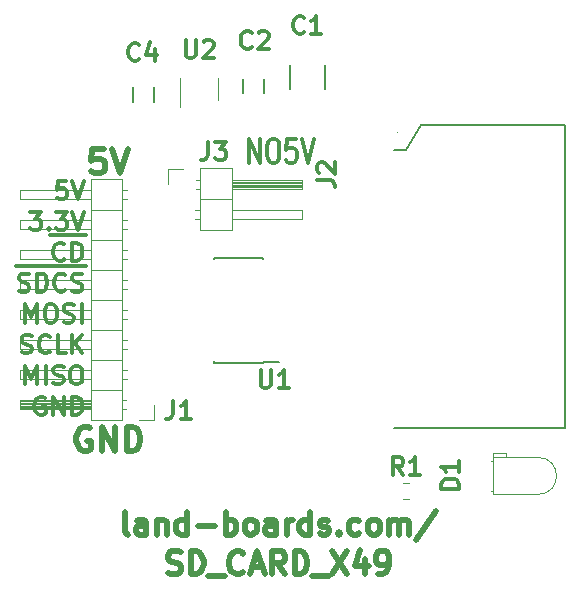
<source format=gto>
G04 #@! TF.GenerationSoftware,KiCad,Pcbnew,(5.0.2)-1*
G04 #@! TF.CreationDate,2019-11-19T12:04:31-05:00*
G04 #@! TF.ProjectId,SD_CARD_X49,53445f43-4152-4445-9f58-34392e6b6963,X1*
G04 #@! TF.SameCoordinates,Original*
G04 #@! TF.FileFunction,Legend,Top*
G04 #@! TF.FilePolarity,Positive*
%FSLAX46Y46*%
G04 Gerber Fmt 4.6, Leading zero omitted, Abs format (unit mm)*
G04 Created by KiCad (PCBNEW (5.0.2)-1) date 11/19/2019 12:04:31 PM*
%MOMM*%
%LPD*%
G01*
G04 APERTURE LIST*
%ADD10C,0.304800*%
%ADD11C,0.476250*%
%ADD12C,0.508000*%
%ADD13C,0.150000*%
%ADD14C,0.120000*%
%ADD15C,0.010000*%
G04 APERTURE END LIST*
D10*
X31931428Y-23017238D02*
X31931428Y-20985238D01*
X32802285Y-23017238D01*
X32802285Y-20985238D01*
X33818285Y-20985238D02*
X34108571Y-20985238D01*
X34253714Y-21082000D01*
X34398857Y-21275523D01*
X34471428Y-21662571D01*
X34471428Y-22339904D01*
X34398857Y-22726952D01*
X34253714Y-22920476D01*
X34108571Y-23017238D01*
X33818285Y-23017238D01*
X33673142Y-22920476D01*
X33528000Y-22726952D01*
X33455428Y-22339904D01*
X33455428Y-21662571D01*
X33528000Y-21275523D01*
X33673142Y-21082000D01*
X33818285Y-20985238D01*
X35850285Y-20985238D02*
X35124571Y-20985238D01*
X35052000Y-21952857D01*
X35124571Y-21856095D01*
X35269714Y-21759333D01*
X35632571Y-21759333D01*
X35777714Y-21856095D01*
X35850285Y-21952857D01*
X35922857Y-22146380D01*
X35922857Y-22630190D01*
X35850285Y-22823714D01*
X35777714Y-22920476D01*
X35632571Y-23017238D01*
X35269714Y-23017238D01*
X35124571Y-22920476D01*
X35052000Y-22823714D01*
X36358285Y-20985238D02*
X36866285Y-23017238D01*
X37374285Y-20985238D01*
X16420737Y-24567998D02*
X15695022Y-24567998D01*
X15622451Y-25299760D01*
X15695022Y-25226584D01*
X15840165Y-25153408D01*
X16203022Y-25153408D01*
X16348165Y-25226584D01*
X16420737Y-25299760D01*
X16493308Y-25446113D01*
X16493308Y-25811994D01*
X16420737Y-25958346D01*
X16348165Y-26031522D01*
X16203022Y-26104698D01*
X15840165Y-26104698D01*
X15695022Y-26031522D01*
X15622451Y-25958346D01*
X16928737Y-24567998D02*
X17436737Y-26104698D01*
X17944737Y-24567998D01*
X13372737Y-27177848D02*
X14316165Y-27177848D01*
X13808165Y-27763258D01*
X14025880Y-27763258D01*
X14171022Y-27836434D01*
X14243594Y-27909610D01*
X14316165Y-28055963D01*
X14316165Y-28421844D01*
X14243594Y-28568196D01*
X14171022Y-28641372D01*
X14025880Y-28714548D01*
X13590451Y-28714548D01*
X13445308Y-28641372D01*
X13372737Y-28568196D01*
X14969308Y-28568196D02*
X15041880Y-28641372D01*
X14969308Y-28714548D01*
X14896737Y-28641372D01*
X14969308Y-28568196D01*
X14969308Y-28714548D01*
X15549880Y-27177848D02*
X16493308Y-27177848D01*
X15985308Y-27763258D01*
X16203022Y-27763258D01*
X16348165Y-27836434D01*
X16420737Y-27909610D01*
X16493308Y-28055963D01*
X16493308Y-28421844D01*
X16420737Y-28568196D01*
X16348165Y-28641372D01*
X16203022Y-28714548D01*
X15767594Y-28714548D01*
X15622451Y-28641372D01*
X15549880Y-28568196D01*
X16928737Y-27177848D02*
X17436737Y-28714548D01*
X17944737Y-27177848D01*
X15041880Y-29126561D02*
X16565880Y-29126561D01*
X16275594Y-31178046D02*
X16203022Y-31251222D01*
X15985308Y-31324398D01*
X15840165Y-31324398D01*
X15622451Y-31251222D01*
X15477308Y-31104870D01*
X15404737Y-30958517D01*
X15332165Y-30665813D01*
X15332165Y-30446284D01*
X15404737Y-30153579D01*
X15477308Y-30007227D01*
X15622451Y-29860875D01*
X15840165Y-29787698D01*
X15985308Y-29787698D01*
X16203022Y-29860875D01*
X16275594Y-29934051D01*
X16565880Y-29126561D02*
X18089880Y-29126561D01*
X16928737Y-31324398D02*
X16928737Y-29787698D01*
X17291594Y-29787698D01*
X17509308Y-29860875D01*
X17654451Y-30007227D01*
X17727022Y-30153579D01*
X17799594Y-30446284D01*
X17799594Y-30665813D01*
X17727022Y-30958517D01*
X17654451Y-31104870D01*
X17509308Y-31251222D01*
X17291594Y-31324398D01*
X16928737Y-31324398D01*
X12139022Y-31736411D02*
X13590451Y-31736411D01*
X12429308Y-33861072D02*
X12647022Y-33934248D01*
X13009880Y-33934248D01*
X13155022Y-33861072D01*
X13227594Y-33787896D01*
X13300165Y-33641544D01*
X13300165Y-33495191D01*
X13227594Y-33348839D01*
X13155022Y-33275663D01*
X13009880Y-33202486D01*
X12719594Y-33129310D01*
X12574451Y-33056134D01*
X12501880Y-32982958D01*
X12429308Y-32836605D01*
X12429308Y-32690253D01*
X12501880Y-32543901D01*
X12574451Y-32470725D01*
X12719594Y-32397548D01*
X13082451Y-32397548D01*
X13300165Y-32470725D01*
X13590451Y-31736411D02*
X15114451Y-31736411D01*
X13953308Y-33934248D02*
X13953308Y-32397548D01*
X14316165Y-32397548D01*
X14533880Y-32470725D01*
X14679022Y-32617077D01*
X14751594Y-32763429D01*
X14824165Y-33056134D01*
X14824165Y-33275663D01*
X14751594Y-33568367D01*
X14679022Y-33714720D01*
X14533880Y-33861072D01*
X14316165Y-33934248D01*
X13953308Y-33934248D01*
X15114451Y-31736411D02*
X16638451Y-31736411D01*
X16348165Y-33787896D02*
X16275594Y-33861072D01*
X16057880Y-33934248D01*
X15912737Y-33934248D01*
X15695022Y-33861072D01*
X15549880Y-33714720D01*
X15477308Y-33568367D01*
X15404737Y-33275663D01*
X15404737Y-33056134D01*
X15477308Y-32763429D01*
X15549880Y-32617077D01*
X15695022Y-32470725D01*
X15912737Y-32397548D01*
X16057880Y-32397548D01*
X16275594Y-32470725D01*
X16348165Y-32543901D01*
X16638451Y-31736411D02*
X18089880Y-31736411D01*
X16928737Y-33861072D02*
X17146451Y-33934248D01*
X17509308Y-33934248D01*
X17654451Y-33861072D01*
X17727022Y-33787896D01*
X17799594Y-33641544D01*
X17799594Y-33495191D01*
X17727022Y-33348839D01*
X17654451Y-33275663D01*
X17509308Y-33202486D01*
X17219022Y-33129310D01*
X17073880Y-33056134D01*
X17001308Y-32982958D01*
X16928737Y-32836605D01*
X16928737Y-32690253D01*
X17001308Y-32543901D01*
X17073880Y-32470725D01*
X17219022Y-32397548D01*
X17581880Y-32397548D01*
X17799594Y-32470725D01*
X12937308Y-36544098D02*
X12937308Y-35007398D01*
X13445308Y-36105041D01*
X13953308Y-35007398D01*
X13953308Y-36544098D01*
X14969308Y-35007398D02*
X15259594Y-35007398D01*
X15404737Y-35080575D01*
X15549880Y-35226927D01*
X15622451Y-35519632D01*
X15622451Y-36031865D01*
X15549880Y-36324570D01*
X15404737Y-36470922D01*
X15259594Y-36544098D01*
X14969308Y-36544098D01*
X14824165Y-36470922D01*
X14679022Y-36324570D01*
X14606451Y-36031865D01*
X14606451Y-35519632D01*
X14679022Y-35226927D01*
X14824165Y-35080575D01*
X14969308Y-35007398D01*
X16203022Y-36470922D02*
X16420737Y-36544098D01*
X16783594Y-36544098D01*
X16928737Y-36470922D01*
X17001308Y-36397746D01*
X17073880Y-36251394D01*
X17073880Y-36105041D01*
X17001308Y-35958689D01*
X16928737Y-35885513D01*
X16783594Y-35812336D01*
X16493308Y-35739160D01*
X16348165Y-35665984D01*
X16275594Y-35592808D01*
X16203022Y-35446455D01*
X16203022Y-35300103D01*
X16275594Y-35153751D01*
X16348165Y-35080575D01*
X16493308Y-35007398D01*
X16856165Y-35007398D01*
X17073880Y-35080575D01*
X17727022Y-36544098D02*
X17727022Y-35007398D01*
X12647022Y-39080772D02*
X12864737Y-39153948D01*
X13227594Y-39153948D01*
X13372737Y-39080772D01*
X13445308Y-39007596D01*
X13517879Y-38861244D01*
X13517879Y-38714891D01*
X13445308Y-38568539D01*
X13372737Y-38495363D01*
X13227594Y-38422186D01*
X12937308Y-38349010D01*
X12792165Y-38275834D01*
X12719594Y-38202658D01*
X12647022Y-38056305D01*
X12647022Y-37909953D01*
X12719594Y-37763601D01*
X12792165Y-37690425D01*
X12937308Y-37617248D01*
X13300165Y-37617248D01*
X13517879Y-37690425D01*
X15041880Y-39007596D02*
X14969308Y-39080772D01*
X14751594Y-39153948D01*
X14606451Y-39153948D01*
X14388737Y-39080772D01*
X14243594Y-38934420D01*
X14171022Y-38788067D01*
X14098451Y-38495363D01*
X14098451Y-38275834D01*
X14171022Y-37983129D01*
X14243594Y-37836777D01*
X14388737Y-37690425D01*
X14606451Y-37617248D01*
X14751594Y-37617248D01*
X14969308Y-37690425D01*
X15041880Y-37763601D01*
X16420737Y-39153948D02*
X15695022Y-39153948D01*
X15695022Y-37617248D01*
X16928737Y-39153948D02*
X16928737Y-37617248D01*
X17799594Y-39153948D02*
X17146451Y-38275834D01*
X17799594Y-37617248D02*
X16928737Y-38495363D01*
X12937308Y-41763798D02*
X12937308Y-40227098D01*
X13445308Y-41324741D01*
X13953308Y-40227098D01*
X13953308Y-41763798D01*
X14679022Y-41763798D02*
X14679022Y-40227098D01*
X15332165Y-41690622D02*
X15549880Y-41763798D01*
X15912737Y-41763798D01*
X16057880Y-41690622D01*
X16130451Y-41617446D01*
X16203022Y-41471094D01*
X16203022Y-41324741D01*
X16130451Y-41178389D01*
X16057880Y-41105213D01*
X15912737Y-41032036D01*
X15622451Y-40958860D01*
X15477308Y-40885684D01*
X15404737Y-40812508D01*
X15332165Y-40666155D01*
X15332165Y-40519803D01*
X15404737Y-40373451D01*
X15477308Y-40300275D01*
X15622451Y-40227098D01*
X15985308Y-40227098D01*
X16203022Y-40300275D01*
X17146451Y-40227098D02*
X17436737Y-40227098D01*
X17581880Y-40300275D01*
X17727022Y-40446627D01*
X17799594Y-40739332D01*
X17799594Y-41251565D01*
X17727022Y-41544270D01*
X17581880Y-41690622D01*
X17436737Y-41763798D01*
X17146451Y-41763798D01*
X17001308Y-41690622D01*
X16856165Y-41544270D01*
X16783594Y-41251565D01*
X16783594Y-40739332D01*
X16856165Y-40446627D01*
X17001308Y-40300275D01*
X17146451Y-40227098D01*
X14606451Y-42910125D02*
X14461308Y-42836948D01*
X14243594Y-42836948D01*
X14025880Y-42910125D01*
X13880737Y-43056477D01*
X13808165Y-43202829D01*
X13735594Y-43495534D01*
X13735594Y-43715063D01*
X13808165Y-44007767D01*
X13880737Y-44154120D01*
X14025880Y-44300472D01*
X14243594Y-44373648D01*
X14388737Y-44373648D01*
X14606451Y-44300472D01*
X14679022Y-44227296D01*
X14679022Y-43715063D01*
X14388737Y-43715063D01*
X15332165Y-44373648D02*
X15332165Y-42836948D01*
X16203022Y-44373648D01*
X16203022Y-42836948D01*
X16928737Y-44373648D02*
X16928737Y-42836948D01*
X17291594Y-42836948D01*
X17509308Y-42910125D01*
X17654451Y-43056477D01*
X17727022Y-43202829D01*
X17799594Y-43495534D01*
X17799594Y-43715063D01*
X17727022Y-44007767D01*
X17654451Y-44154120D01*
X17509308Y-44300472D01*
X17291594Y-44373648D01*
X16928737Y-44373648D01*
D11*
X21654642Y-54494910D02*
X21473214Y-54404196D01*
X21382499Y-54222767D01*
X21382499Y-52589910D01*
X23196785Y-54494910D02*
X23196785Y-53497053D01*
X23106071Y-53315625D01*
X22924642Y-53224910D01*
X22561785Y-53224910D01*
X22380357Y-53315625D01*
X23196785Y-54404196D02*
X23015357Y-54494910D01*
X22561785Y-54494910D01*
X22380357Y-54404196D01*
X22289642Y-54222767D01*
X22289642Y-54041339D01*
X22380357Y-53859910D01*
X22561785Y-53769196D01*
X23015357Y-53769196D01*
X23196785Y-53678482D01*
X24103928Y-53224910D02*
X24103928Y-54494910D01*
X24103928Y-53406339D02*
X24194642Y-53315625D01*
X24376071Y-53224910D01*
X24648214Y-53224910D01*
X24829642Y-53315625D01*
X24920357Y-53497053D01*
X24920357Y-54494910D01*
X26643928Y-54494910D02*
X26643928Y-52589910D01*
X26643928Y-54404196D02*
X26462499Y-54494910D01*
X26099642Y-54494910D01*
X25918214Y-54404196D01*
X25827499Y-54313482D01*
X25736785Y-54132053D01*
X25736785Y-53587767D01*
X25827499Y-53406339D01*
X25918214Y-53315625D01*
X26099642Y-53224910D01*
X26462499Y-53224910D01*
X26643928Y-53315625D01*
X27551071Y-53769196D02*
X29002499Y-53769196D01*
X29909642Y-54494910D02*
X29909642Y-52589910D01*
X29909642Y-53315625D02*
X30091071Y-53224910D01*
X30453928Y-53224910D01*
X30635357Y-53315625D01*
X30726071Y-53406339D01*
X30816785Y-53587767D01*
X30816785Y-54132053D01*
X30726071Y-54313482D01*
X30635357Y-54404196D01*
X30453928Y-54494910D01*
X30091071Y-54494910D01*
X29909642Y-54404196D01*
X31905357Y-54494910D02*
X31723928Y-54404196D01*
X31633214Y-54313482D01*
X31542499Y-54132053D01*
X31542499Y-53587767D01*
X31633214Y-53406339D01*
X31723928Y-53315625D01*
X31905357Y-53224910D01*
X32177499Y-53224910D01*
X32358928Y-53315625D01*
X32449642Y-53406339D01*
X32540357Y-53587767D01*
X32540357Y-54132053D01*
X32449642Y-54313482D01*
X32358928Y-54404196D01*
X32177499Y-54494910D01*
X31905357Y-54494910D01*
X34173214Y-54494910D02*
X34173214Y-53497053D01*
X34082500Y-53315625D01*
X33901071Y-53224910D01*
X33538214Y-53224910D01*
X33356785Y-53315625D01*
X34173214Y-54404196D02*
X33991785Y-54494910D01*
X33538214Y-54494910D01*
X33356785Y-54404196D01*
X33266071Y-54222767D01*
X33266071Y-54041339D01*
X33356785Y-53859910D01*
X33538214Y-53769196D01*
X33991785Y-53769196D01*
X34173214Y-53678482D01*
X35080357Y-54494910D02*
X35080357Y-53224910D01*
X35080357Y-53587767D02*
X35171071Y-53406339D01*
X35261785Y-53315625D01*
X35443214Y-53224910D01*
X35624642Y-53224910D01*
X37076071Y-54494910D02*
X37076071Y-52589910D01*
X37076071Y-54404196D02*
X36894642Y-54494910D01*
X36531785Y-54494910D01*
X36350357Y-54404196D01*
X36259642Y-54313482D01*
X36168928Y-54132053D01*
X36168928Y-53587767D01*
X36259642Y-53406339D01*
X36350357Y-53315625D01*
X36531785Y-53224910D01*
X36894642Y-53224910D01*
X37076071Y-53315625D01*
X37892500Y-54404196D02*
X38073928Y-54494910D01*
X38436785Y-54494910D01*
X38618214Y-54404196D01*
X38708928Y-54222767D01*
X38708928Y-54132053D01*
X38618214Y-53950625D01*
X38436785Y-53859910D01*
X38164642Y-53859910D01*
X37983214Y-53769196D01*
X37892500Y-53587767D01*
X37892500Y-53497053D01*
X37983214Y-53315625D01*
X38164642Y-53224910D01*
X38436785Y-53224910D01*
X38618214Y-53315625D01*
X39525357Y-54313482D02*
X39616071Y-54404196D01*
X39525357Y-54494910D01*
X39434642Y-54404196D01*
X39525357Y-54313482D01*
X39525357Y-54494910D01*
X41248928Y-54404196D02*
X41067500Y-54494910D01*
X40704642Y-54494910D01*
X40523214Y-54404196D01*
X40432500Y-54313482D01*
X40341785Y-54132053D01*
X40341785Y-53587767D01*
X40432500Y-53406339D01*
X40523214Y-53315625D01*
X40704642Y-53224910D01*
X41067500Y-53224910D01*
X41248928Y-53315625D01*
X42337500Y-54494910D02*
X42156071Y-54404196D01*
X42065357Y-54313482D01*
X41974642Y-54132053D01*
X41974642Y-53587767D01*
X42065357Y-53406339D01*
X42156071Y-53315625D01*
X42337500Y-53224910D01*
X42609642Y-53224910D01*
X42791071Y-53315625D01*
X42881785Y-53406339D01*
X42972500Y-53587767D01*
X42972500Y-54132053D01*
X42881785Y-54313482D01*
X42791071Y-54404196D01*
X42609642Y-54494910D01*
X42337500Y-54494910D01*
X43788928Y-54494910D02*
X43788928Y-53224910D01*
X43788928Y-53406339D02*
X43879642Y-53315625D01*
X44061071Y-53224910D01*
X44333214Y-53224910D01*
X44514642Y-53315625D01*
X44605357Y-53497053D01*
X44605357Y-54494910D01*
X44605357Y-53497053D02*
X44696071Y-53315625D01*
X44877500Y-53224910D01*
X45149642Y-53224910D01*
X45331071Y-53315625D01*
X45421785Y-53497053D01*
X45421785Y-54494910D01*
X47689642Y-52499196D02*
X46056785Y-54948482D01*
X25056428Y-57737946D02*
X25328571Y-57828660D01*
X25782142Y-57828660D01*
X25963571Y-57737946D01*
X26054285Y-57647232D01*
X26145000Y-57465803D01*
X26145000Y-57284375D01*
X26054285Y-57102946D01*
X25963571Y-57012232D01*
X25782142Y-56921517D01*
X25419285Y-56830803D01*
X25237857Y-56740089D01*
X25147142Y-56649375D01*
X25056428Y-56467946D01*
X25056428Y-56286517D01*
X25147142Y-56105089D01*
X25237857Y-56014375D01*
X25419285Y-55923660D01*
X25872857Y-55923660D01*
X26145000Y-56014375D01*
X26961428Y-57828660D02*
X26961428Y-55923660D01*
X27415000Y-55923660D01*
X27687142Y-56014375D01*
X27868571Y-56195803D01*
X27959285Y-56377232D01*
X28050000Y-56740089D01*
X28050000Y-57012232D01*
X27959285Y-57375089D01*
X27868571Y-57556517D01*
X27687142Y-57737946D01*
X27415000Y-57828660D01*
X26961428Y-57828660D01*
X28412857Y-58010089D02*
X29864285Y-58010089D01*
X31406428Y-57647232D02*
X31315714Y-57737946D01*
X31043571Y-57828660D01*
X30862142Y-57828660D01*
X30590000Y-57737946D01*
X30408571Y-57556517D01*
X30317857Y-57375089D01*
X30227142Y-57012232D01*
X30227142Y-56740089D01*
X30317857Y-56377232D01*
X30408571Y-56195803D01*
X30590000Y-56014375D01*
X30862142Y-55923660D01*
X31043571Y-55923660D01*
X31315714Y-56014375D01*
X31406428Y-56105089D01*
X32132142Y-57284375D02*
X33039285Y-57284375D01*
X31950714Y-57828660D02*
X32585714Y-55923660D01*
X33220714Y-57828660D01*
X34944285Y-57828660D02*
X34309285Y-56921517D01*
X33855714Y-57828660D02*
X33855714Y-55923660D01*
X34581428Y-55923660D01*
X34762857Y-56014375D01*
X34853571Y-56105089D01*
X34944285Y-56286517D01*
X34944285Y-56558660D01*
X34853571Y-56740089D01*
X34762857Y-56830803D01*
X34581428Y-56921517D01*
X33855714Y-56921517D01*
X35760714Y-57828660D02*
X35760714Y-55923660D01*
X36214285Y-55923660D01*
X36486428Y-56014375D01*
X36667857Y-56195803D01*
X36758571Y-56377232D01*
X36849285Y-56740089D01*
X36849285Y-57012232D01*
X36758571Y-57375089D01*
X36667857Y-57556517D01*
X36486428Y-57737946D01*
X36214285Y-57828660D01*
X35760714Y-57828660D01*
X37212142Y-58010089D02*
X38663571Y-58010089D01*
X38935714Y-55923660D02*
X40205714Y-57828660D01*
X40205714Y-55923660D02*
X38935714Y-57828660D01*
X41747857Y-56558660D02*
X41747857Y-57828660D01*
X41294285Y-55832946D02*
X40840714Y-57193660D01*
X42020000Y-57193660D01*
X42836428Y-57828660D02*
X43199285Y-57828660D01*
X43380714Y-57737946D01*
X43471428Y-57647232D01*
X43652857Y-57375089D01*
X43743571Y-57012232D01*
X43743571Y-56286517D01*
X43652857Y-56105089D01*
X43562142Y-56014375D01*
X43380714Y-55923660D01*
X43017857Y-55923660D01*
X42836428Y-56014375D01*
X42745714Y-56105089D01*
X42655000Y-56286517D01*
X42655000Y-56740089D01*
X42745714Y-56921517D01*
X42836428Y-57012232D01*
X43017857Y-57102946D01*
X43380714Y-57102946D01*
X43562142Y-57012232D01*
X43652857Y-56921517D01*
X43743571Y-56740089D01*
D12*
X18451809Y-45484000D02*
X18258285Y-45387238D01*
X17968000Y-45387238D01*
X17677714Y-45484000D01*
X17484190Y-45677523D01*
X17387428Y-45871047D01*
X17290666Y-46258095D01*
X17290666Y-46548380D01*
X17387428Y-46935428D01*
X17484190Y-47128952D01*
X17677714Y-47322476D01*
X17968000Y-47419238D01*
X18161523Y-47419238D01*
X18451809Y-47322476D01*
X18548571Y-47225714D01*
X18548571Y-46548380D01*
X18161523Y-46548380D01*
X19419428Y-47419238D02*
X19419428Y-45387238D01*
X20580571Y-47419238D01*
X20580571Y-45387238D01*
X21548190Y-47419238D02*
X21548190Y-45387238D01*
X22032000Y-45387238D01*
X22322285Y-45484000D01*
X22515809Y-45677523D01*
X22612571Y-45871047D01*
X22709333Y-46258095D01*
X22709333Y-46548380D01*
X22612571Y-46935428D01*
X22515809Y-47128952D01*
X22322285Y-47322476D01*
X22032000Y-47419238D01*
X21548190Y-47419238D01*
X19612952Y-21887238D02*
X18645333Y-21887238D01*
X18548571Y-22854857D01*
X18645333Y-22758095D01*
X18838857Y-22661333D01*
X19322666Y-22661333D01*
X19516190Y-22758095D01*
X19612952Y-22854857D01*
X19709714Y-23048380D01*
X19709714Y-23532190D01*
X19612952Y-23725714D01*
X19516190Y-23822476D01*
X19322666Y-23919238D01*
X18838857Y-23919238D01*
X18645333Y-23822476D01*
X18548571Y-23725714D01*
X20290285Y-21887238D02*
X20967619Y-23919238D01*
X21644952Y-21887238D01*
D13*
G04 #@! TO.C,C1*
X35355000Y-16748000D02*
X35355000Y-14748000D01*
X38305000Y-14748000D02*
X38305000Y-16748000D01*
G04 #@! TO.C,C2*
X31383000Y-17110000D02*
X31383000Y-15910000D01*
X33133000Y-15910000D02*
X33133000Y-17110000D01*
G04 #@! TO.C,C4*
X22093000Y-17842000D02*
X22093000Y-16642000D01*
X23843000Y-16642000D02*
X23843000Y-17842000D01*
D14*
G04 #@! TO.C,D1*
X52518000Y-51090000D02*
X56378000Y-51090000D01*
X52518000Y-47970000D02*
X56378000Y-47970000D01*
X52518000Y-51090000D02*
X52518000Y-47970000D01*
X52518000Y-47570000D02*
X53638000Y-47570000D01*
X53638000Y-47570000D02*
X53638000Y-47970000D01*
X53638000Y-47970000D02*
X52518000Y-47970000D01*
X52518000Y-47970000D02*
X52518000Y-47570000D01*
X52388000Y-50800000D02*
X52518000Y-50800000D01*
X52518000Y-50800000D02*
X52518000Y-50800000D01*
X52518000Y-50800000D02*
X52388000Y-50800000D01*
X52388000Y-50800000D02*
X52388000Y-50800000D01*
X52388000Y-48260000D02*
X52518000Y-48260000D01*
X52518000Y-48260000D02*
X52518000Y-48260000D01*
X52518000Y-48260000D02*
X52388000Y-48260000D01*
X52388000Y-48260000D02*
X52388000Y-48260000D01*
X56378000Y-47970000D02*
G75*
G02X56378000Y-51090000I0J-1560000D01*
G01*
D13*
G04 #@! TO.C,J2*
X55753000Y-45466000D02*
X58674000Y-45466000D01*
X58674000Y-45466000D02*
X58674000Y-19939000D01*
X58674000Y-19939000D02*
X58674000Y-19812000D01*
X58674000Y-19812000D02*
X55753000Y-19812000D01*
X44196000Y-45466000D02*
X55753000Y-45466000D01*
X55753000Y-19812000D02*
X46482000Y-19812000D01*
X46482000Y-19812000D02*
X45212000Y-21971000D01*
X45212000Y-21971000D02*
X44196000Y-21971000D01*
D15*
X44408000Y-20407000D02*
X44398000Y-20407000D01*
D14*
G04 #@! TO.C,R1*
X44950748Y-50090000D02*
X45473252Y-50090000D01*
X44950748Y-51510000D02*
X45473252Y-51510000D01*
G04 #@! TO.C,U2*
X29296000Y-17664000D02*
X29296000Y-15864000D01*
X26076000Y-15864000D02*
X26076000Y-18314000D01*
G04 #@! TO.C,J1*
X21160000Y-44830000D02*
X21160000Y-24390000D01*
X21160000Y-24390000D02*
X18500000Y-24390000D01*
X18500000Y-24390000D02*
X18500000Y-44830000D01*
X18500000Y-44830000D02*
X21160000Y-44830000D01*
X18500000Y-43880000D02*
X12500000Y-43880000D01*
X12500000Y-43880000D02*
X12500000Y-43120000D01*
X12500000Y-43120000D02*
X18500000Y-43120000D01*
X18500000Y-43820000D02*
X12500000Y-43820000D01*
X18500000Y-43700000D02*
X12500000Y-43700000D01*
X18500000Y-43580000D02*
X12500000Y-43580000D01*
X18500000Y-43460000D02*
X12500000Y-43460000D01*
X18500000Y-43340000D02*
X12500000Y-43340000D01*
X18500000Y-43220000D02*
X12500000Y-43220000D01*
X21490000Y-43880000D02*
X21160000Y-43880000D01*
X21490000Y-43120000D02*
X21160000Y-43120000D01*
X21160000Y-42230000D02*
X18500000Y-42230000D01*
X18500000Y-41340000D02*
X12500000Y-41340000D01*
X12500000Y-41340000D02*
X12500000Y-40580000D01*
X12500000Y-40580000D02*
X18500000Y-40580000D01*
X21557071Y-41340000D02*
X21160000Y-41340000D01*
X21557071Y-40580000D02*
X21160000Y-40580000D01*
X21160000Y-39690000D02*
X18500000Y-39690000D01*
X18500000Y-38800000D02*
X12500000Y-38800000D01*
X12500000Y-38800000D02*
X12500000Y-38040000D01*
X12500000Y-38040000D02*
X18500000Y-38040000D01*
X21557071Y-38800000D02*
X21160000Y-38800000D01*
X21557071Y-38040000D02*
X21160000Y-38040000D01*
X21160000Y-37150000D02*
X18500000Y-37150000D01*
X18500000Y-36260000D02*
X12500000Y-36260000D01*
X12500000Y-36260000D02*
X12500000Y-35500000D01*
X12500000Y-35500000D02*
X18500000Y-35500000D01*
X21557071Y-36260000D02*
X21160000Y-36260000D01*
X21557071Y-35500000D02*
X21160000Y-35500000D01*
X21160000Y-34610000D02*
X18500000Y-34610000D01*
X18500000Y-33720000D02*
X12500000Y-33720000D01*
X12500000Y-33720000D02*
X12500000Y-32960000D01*
X12500000Y-32960000D02*
X18500000Y-32960000D01*
X21557071Y-33720000D02*
X21160000Y-33720000D01*
X21557071Y-32960000D02*
X21160000Y-32960000D01*
X21160000Y-32070000D02*
X18500000Y-32070000D01*
X18500000Y-31180000D02*
X12500000Y-31180000D01*
X12500000Y-31180000D02*
X12500000Y-30420000D01*
X12500000Y-30420000D02*
X18500000Y-30420000D01*
X21557071Y-31180000D02*
X21160000Y-31180000D01*
X21557071Y-30420000D02*
X21160000Y-30420000D01*
X21160000Y-29530000D02*
X18500000Y-29530000D01*
X18500000Y-28640000D02*
X12500000Y-28640000D01*
X12500000Y-28640000D02*
X12500000Y-27880000D01*
X12500000Y-27880000D02*
X18500000Y-27880000D01*
X21557071Y-28640000D02*
X21160000Y-28640000D01*
X21557071Y-27880000D02*
X21160000Y-27880000D01*
X21160000Y-26990000D02*
X18500000Y-26990000D01*
X18500000Y-26100000D02*
X12500000Y-26100000D01*
X12500000Y-26100000D02*
X12500000Y-25340000D01*
X12500000Y-25340000D02*
X18500000Y-25340000D01*
X21557071Y-26100000D02*
X21160000Y-26100000D01*
X21557071Y-25340000D02*
X21160000Y-25340000D01*
X23870000Y-43500000D02*
X23870000Y-44770000D01*
X23870000Y-44770000D02*
X22600000Y-44770000D01*
D13*
G04 #@! TO.C,U1*
X33075000Y-39950000D02*
X33075000Y-39925000D01*
X28925000Y-39950000D02*
X28925000Y-39835000D01*
X28925000Y-31050000D02*
X28925000Y-31165000D01*
X33075000Y-31050000D02*
X33075000Y-31165000D01*
X33075000Y-39950000D02*
X28925000Y-39950000D01*
X33075000Y-31050000D02*
X28925000Y-31050000D01*
X33075000Y-39925000D02*
X34450000Y-39925000D01*
D14*
G04 #@! TO.C,J3*
X27765001Y-23495001D02*
X27765001Y-28695001D01*
X27765001Y-28695001D02*
X30425001Y-28695001D01*
X30425001Y-28695001D02*
X30425001Y-23495001D01*
X30425001Y-23495001D02*
X27765001Y-23495001D01*
X30425001Y-24445001D02*
X36425001Y-24445001D01*
X36425001Y-24445001D02*
X36425001Y-25205001D01*
X36425001Y-25205001D02*
X30425001Y-25205001D01*
X30425001Y-24505001D02*
X36425001Y-24505001D01*
X30425001Y-24625001D02*
X36425001Y-24625001D01*
X30425001Y-24745001D02*
X36425001Y-24745001D01*
X30425001Y-24865001D02*
X36425001Y-24865001D01*
X30425001Y-24985001D02*
X36425001Y-24985001D01*
X30425001Y-25105001D02*
X36425001Y-25105001D01*
X27435001Y-24445001D02*
X27765001Y-24445001D01*
X27435001Y-25205001D02*
X27765001Y-25205001D01*
X27765001Y-26095001D02*
X30425001Y-26095001D01*
X30425001Y-26985001D02*
X36425001Y-26985001D01*
X36425001Y-26985001D02*
X36425001Y-27745001D01*
X36425001Y-27745001D02*
X30425001Y-27745001D01*
X27367930Y-26985001D02*
X27765001Y-26985001D01*
X27367930Y-27745001D02*
X27765001Y-27745001D01*
X25055001Y-24825001D02*
X25055001Y-23555001D01*
X25055001Y-23555001D02*
X26325001Y-23555001D01*
G04 #@! TO.C,C1*
D10*
X36576000Y-11974285D02*
X36503428Y-12046857D01*
X36285714Y-12119428D01*
X36140571Y-12119428D01*
X35922857Y-12046857D01*
X35777714Y-11901714D01*
X35705142Y-11756571D01*
X35632571Y-11466285D01*
X35632571Y-11248571D01*
X35705142Y-10958285D01*
X35777714Y-10813142D01*
X35922857Y-10668000D01*
X36140571Y-10595428D01*
X36285714Y-10595428D01*
X36503428Y-10668000D01*
X36576000Y-10740571D01*
X38027428Y-12119428D02*
X37156571Y-12119428D01*
X37592000Y-12119428D02*
X37592000Y-10595428D01*
X37446857Y-10813142D01*
X37301714Y-10958285D01*
X37156571Y-11030857D01*
G04 #@! TO.C,C2*
X32131000Y-13244285D02*
X32058428Y-13316857D01*
X31840714Y-13389428D01*
X31695571Y-13389428D01*
X31477857Y-13316857D01*
X31332714Y-13171714D01*
X31260142Y-13026571D01*
X31187571Y-12736285D01*
X31187571Y-12518571D01*
X31260142Y-12228285D01*
X31332714Y-12083142D01*
X31477857Y-11938000D01*
X31695571Y-11865428D01*
X31840714Y-11865428D01*
X32058428Y-11938000D01*
X32131000Y-12010571D01*
X32711571Y-12010571D02*
X32784142Y-11938000D01*
X32929285Y-11865428D01*
X33292142Y-11865428D01*
X33437285Y-11938000D01*
X33509857Y-12010571D01*
X33582428Y-12155714D01*
X33582428Y-12300857D01*
X33509857Y-12518571D01*
X32639000Y-13389428D01*
X33582428Y-13389428D01*
G04 #@! TO.C,C4*
X22606000Y-14260285D02*
X22533428Y-14332857D01*
X22315714Y-14405428D01*
X22170571Y-14405428D01*
X21952857Y-14332857D01*
X21807714Y-14187714D01*
X21735142Y-14042571D01*
X21662571Y-13752285D01*
X21662571Y-13534571D01*
X21735142Y-13244285D01*
X21807714Y-13099142D01*
X21952857Y-12954000D01*
X22170571Y-12881428D01*
X22315714Y-12881428D01*
X22533428Y-12954000D01*
X22606000Y-13026571D01*
X23912285Y-13389428D02*
X23912285Y-14405428D01*
X23549428Y-12808857D02*
X23186571Y-13897428D01*
X24130000Y-13897428D01*
G04 #@! TO.C,D1*
X49689428Y-50624857D02*
X48165428Y-50624857D01*
X48165428Y-50262000D01*
X48238000Y-50044285D01*
X48383142Y-49899142D01*
X48528285Y-49826571D01*
X48818571Y-49754000D01*
X49036285Y-49754000D01*
X49326571Y-49826571D01*
X49471714Y-49899142D01*
X49616857Y-50044285D01*
X49689428Y-50262000D01*
X49689428Y-50624857D01*
X49689428Y-48302571D02*
X49689428Y-49173428D01*
X49689428Y-48738000D02*
X48165428Y-48738000D01*
X48383142Y-48883142D01*
X48528285Y-49028285D01*
X48600857Y-49173428D01*
G04 #@! TO.C,J2*
X37665428Y-24508000D02*
X38754000Y-24508000D01*
X38971714Y-24580571D01*
X39116857Y-24725714D01*
X39189428Y-24943428D01*
X39189428Y-25088571D01*
X37810571Y-23854857D02*
X37738000Y-23782285D01*
X37665428Y-23637142D01*
X37665428Y-23274285D01*
X37738000Y-23129142D01*
X37810571Y-23056571D01*
X37955714Y-22984000D01*
X38100857Y-22984000D01*
X38318571Y-23056571D01*
X39189428Y-23927428D01*
X39189428Y-22984000D01*
G04 #@! TO.C,R1*
X44958000Y-49457428D02*
X44450000Y-48731714D01*
X44087142Y-49457428D02*
X44087142Y-47933428D01*
X44667714Y-47933428D01*
X44812857Y-48006000D01*
X44885428Y-48078571D01*
X44958000Y-48223714D01*
X44958000Y-48441428D01*
X44885428Y-48586571D01*
X44812857Y-48659142D01*
X44667714Y-48731714D01*
X44087142Y-48731714D01*
X46409428Y-49457428D02*
X45538571Y-49457428D01*
X45974000Y-49457428D02*
X45974000Y-47933428D01*
X45828857Y-48151142D01*
X45683714Y-48296285D01*
X45538571Y-48368857D01*
G04 #@! TO.C,U2*
X26524857Y-12627428D02*
X26524857Y-13861142D01*
X26597428Y-14006285D01*
X26670000Y-14078857D01*
X26815142Y-14151428D01*
X27105428Y-14151428D01*
X27250571Y-14078857D01*
X27323142Y-14006285D01*
X27395714Y-13861142D01*
X27395714Y-12627428D01*
X28048857Y-12772571D02*
X28121428Y-12700000D01*
X28266571Y-12627428D01*
X28629428Y-12627428D01*
X28774571Y-12700000D01*
X28847142Y-12772571D01*
X28919714Y-12917714D01*
X28919714Y-13062857D01*
X28847142Y-13280571D01*
X27976285Y-14151428D01*
X28919714Y-14151428D01*
G04 #@! TO.C,J1*
X25492000Y-43165428D02*
X25492000Y-44254000D01*
X25419428Y-44471714D01*
X25274285Y-44616857D01*
X25056571Y-44689428D01*
X24911428Y-44689428D01*
X27016000Y-44689428D02*
X26145142Y-44689428D01*
X26580571Y-44689428D02*
X26580571Y-43165428D01*
X26435428Y-43383142D01*
X26290285Y-43528285D01*
X26145142Y-43600857D01*
G04 #@! TO.C,U1*
X32874857Y-40567428D02*
X32874857Y-41801142D01*
X32947428Y-41946285D01*
X33020000Y-42018857D01*
X33165142Y-42091428D01*
X33455428Y-42091428D01*
X33600571Y-42018857D01*
X33673142Y-41946285D01*
X33745714Y-41801142D01*
X33745714Y-40567428D01*
X35269714Y-42091428D02*
X34398857Y-42091428D01*
X34834285Y-42091428D02*
X34834285Y-40567428D01*
X34689142Y-40785142D01*
X34544000Y-40930285D01*
X34398857Y-41002857D01*
G04 #@! TO.C,J3*
X28448000Y-21263428D02*
X28448000Y-22352000D01*
X28375428Y-22569714D01*
X28230285Y-22714857D01*
X28012571Y-22787428D01*
X27867428Y-22787428D01*
X29028571Y-21263428D02*
X29972000Y-21263428D01*
X29464000Y-21844000D01*
X29681714Y-21844000D01*
X29826857Y-21916571D01*
X29899428Y-21989142D01*
X29972000Y-22134285D01*
X29972000Y-22497142D01*
X29899428Y-22642285D01*
X29826857Y-22714857D01*
X29681714Y-22787428D01*
X29246285Y-22787428D01*
X29101142Y-22714857D01*
X29028571Y-22642285D01*
G04 #@! TD*
M02*

</source>
